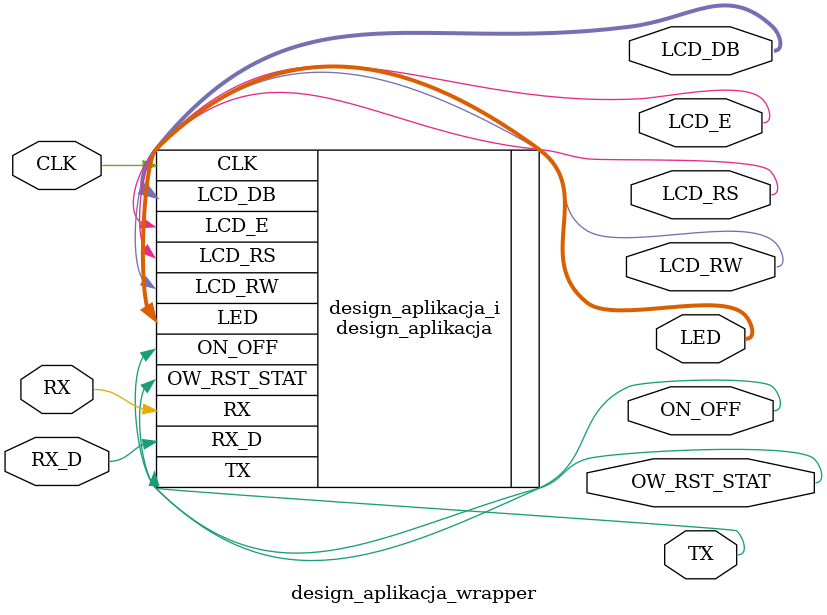
<source format=v>
`timescale 1 ps / 1 ps

module design_aplikacja_wrapper
   (CLK,
    LCD_DB,
    LCD_E,
    LCD_RS,
    LCD_RW,
    LED,
    ON_OFF,
    OW_RST_STAT,
    RX,
    RX_D,
    TX);
  input CLK;
  output [7:0]LCD_DB;
  output LCD_E;
  output LCD_RS;
  output LCD_RW;
  output [7:0]LED;
  output ON_OFF;
  output OW_RST_STAT;
  input RX;
  input RX_D;
  output TX;

  wire CLK;
  wire [7:0]LCD_DB;
  wire LCD_E;
  wire LCD_RS;
  wire LCD_RW;
  wire [7:0]LED;
  wire ON_OFF;
  wire OW_RST_STAT;
  wire RX;
  wire RX_D;
  wire TX;

  design_aplikacja design_aplikacja_i
       (.CLK(CLK),
        .LCD_DB(LCD_DB),
        .LCD_E(LCD_E),
        .LCD_RS(LCD_RS),
        .LCD_RW(LCD_RW),
        .LED(LED),
        .ON_OFF(ON_OFF),
        .OW_RST_STAT(OW_RST_STAT),
        .RX(RX),
        .RX_D(RX_D),
        .TX(TX));
endmodule

</source>
